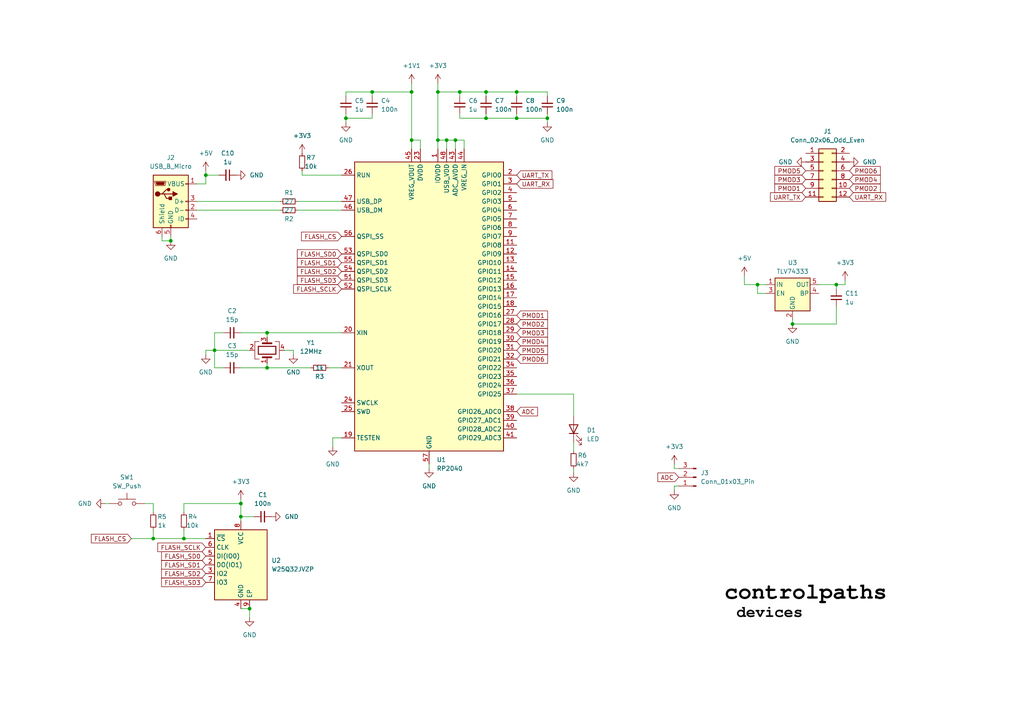
<source format=kicad_sch>
(kicad_sch (version 20230121) (generator eeschema)
  (paper "A4")
  (title_block (title "RP2040 PMOD") (rev "1a") (company "controlpaths devices"))
  (lib_symbols
    (symbol "Connector:Conn_01x03_Pin" (pin_names (offset 1.016) hide)
      (property "Reference" "J" (at 0 5.08 0))
      (property "Value" "Conn_01x03_Pin" (at 0 -5.08 0))
      (symbol "Conn_01x03_Pin_1_1"
        (polyline (pts (xy 1.27 -2.54) (xy 0.8636 -2.54)) (stroke (width 0.1524)))
        (polyline (pts (xy 1.27 0) (xy 0.8636 0)) (stroke (width 0.1524)))
        (polyline (pts (xy 1.27 2.54) (xy 0.8636 2.54)) (stroke (width 0.1524)))
        (rectangle (start 0.8636 -2.413) (end 0 -2.667) (stroke (width 0.1524)) (fill (type outline)))
        (rectangle (start 0.8636 0.127) (end 0 -0.127) (stroke (width 0.1524)) (fill (type outline)))
        (rectangle (start 0.8636 2.667) (end 0 2.413) (stroke (width 0.1524)) (fill (type outline)))
        (pin passive line (at 5.08 2.54 180) (length 3.81) (name "Pin_1") (number "1"))
        (pin passive line (at 5.08 0 180) (length 3.81) (name "Pin_2") (number "2"))
        (pin passive line (at 5.08 -2.54 180) (length 3.81) (name "Pin_3") (number "3"))
      )
    )
    (symbol "Connector:USB_B_Micro" (pin_names (offset 1.016))
      (property "Reference" "J" (at -5.08 11.43 0))
      (property "Value" "USB_B_Micro" (at -5.08 8.89 0))
      (symbol "USB_B_Micro_0_1"
        (rectangle (start -5.08 -7.62) (end 5.08 7.62) (stroke (width 0.254)) (fill (type background)))
        (circle (center -3.81 2.159) (radius 0.635) (stroke (width 0.254)) (fill (type outline)))
        (circle (center -0.635 3.429) (radius 0.381) (stroke (width 0.254)) (fill (type outline)))
        (rectangle (start -0.127 -7.62) (end 0.127 -6.858))
        (polyline (pts (xy -1.905 2.159) (xy 0.635 2.159)) (stroke (width 0.254)))
        (polyline (pts (xy -3.175 2.159) (xy -2.54 2.159) (xy -1.27 3.429) (xy -0.635 3.429)) (stroke (width 0.254)))
        (polyline (pts (xy -2.54 2.159) (xy -1.905 2.159) (xy -1.27 0.889) (xy 0 0.889)) (stroke (width 0.254)))
        (polyline (pts (xy 0.635 2.794) (xy 0.635 1.524) (xy 1.905 2.159) (xy 0.635 2.794)) (stroke (width 0.254)) (fill (type outline)))
        (polyline (pts (xy -4.318 5.588) (xy -1.778 5.588) (xy -2.032 4.826) (xy -4.064 4.826) (xy -4.318 5.588)) (fill (type outline)))
        (polyline (pts (xy -4.699 5.842) (xy -4.699 5.588) (xy -4.445 4.826) (xy -4.445 4.572) (xy -1.651 4.572) (xy -1.651 4.826) (xy -1.397 5.588) (xy -1.397 5.842) (xy -4.699 5.842)))
        (rectangle (start 0.254 1.27) (end -0.508 0.508) (stroke (width 0.254)) (fill (type outline)))
        (rectangle (start 5.08 -5.207) (end 4.318 -4.953))
        (rectangle (start 5.08 -2.667) (end 4.318 -2.413))
        (rectangle (start 5.08 -0.127) (end 4.318 0.127))
        (rectangle (start 5.08 4.953) (end 4.318 5.207))
      )
      (symbol "USB_B_Micro_1_1"
        (pin power_out line (at 7.62 5.08 180) (length 2.54) (name "VBUS") (number "1"))
        (pin bidirectional line (at 7.62 -2.54 180) (length 2.54) (name "D-") (number "2"))
        (pin bidirectional line (at 7.62 0 180) (length 2.54) (name "D+") (number "3"))
        (pin passive line (at 7.62 -5.08 180) (length 2.54) (name "ID") (number "4"))
        (pin power_out line (at 0 -10.16 90) (length 2.54) (name "GND") (number "5"))
        (pin passive line (at -2.54 -10.16 90) (length 2.54) (name "Shield") (number "6"))
      )
    )
    (symbol "Connector_Generic:Conn_02x06_Odd_Even" (pin_names (offset 1.016) hide)
      (property "Reference" "J" (at 1.27 7.62 0))
      (property "Value" "Conn_02x06_Odd_Even" (at 1.27 -10.16 0))
      (symbol "Conn_02x06_Odd_Even_1_1"
        (rectangle (start -1.27 -7.493) (end 0 -7.747) (stroke (width 0.1524)))
        (rectangle (start -1.27 -4.953) (end 0 -5.207) (stroke (width 0.1524)))
        (rectangle (start -1.27 -2.413) (end 0 -2.667) (stroke (width 0.1524)))
        (rectangle (start -1.27 0.127) (end 0 -0.127) (stroke (width 0.1524)))
        (rectangle (start -1.27 2.667) (end 0 2.413) (stroke (width 0.1524)))
        (rectangle (start -1.27 5.207) (end 0 4.953) (stroke (width 0.1524)))
        (rectangle (start -1.27 6.35) (end 3.81 -8.89) (stroke (width 0.254)) (fill (type background)))
        (rectangle (start 3.81 -7.493) (end 2.54 -7.747) (stroke (width 0.1524)))
        (rectangle (start 3.81 -4.953) (end 2.54 -5.207) (stroke (width 0.1524)))
        (rectangle (start 3.81 -2.413) (end 2.54 -2.667) (stroke (width 0.1524)))
        (rectangle (start 3.81 0.127) (end 2.54 -0.127) (stroke (width 0.1524)))
        (rectangle (start 3.81 2.667) (end 2.54 2.413) (stroke (width 0.1524)))
        (rectangle (start 3.81 5.207) (end 2.54 4.953) (stroke (width 0.1524)))
        (pin passive line (at -5.08 5.08 0) (length 3.81) (name "Pin_1") (number "1"))
        (pin passive line (at 7.62 -5.08 180) (length 3.81) (name "Pin_10") (number "10"))
        (pin passive line (at -5.08 -7.62 0) (length 3.81) (name "Pin_11") (number "11"))
        (pin passive line (at 7.62 -7.62 180) (length 3.81) (name "Pin_12") (number "12"))
        (pin passive line (at 7.62 5.08 180) (length 3.81) (name "Pin_2") (number "2"))
        (pin passive line (at -5.08 2.54 0) (length 3.81) (name "Pin_3") (number "3"))
        (pin passive line (at 7.62 2.54 180) (length 3.81) (name "Pin_4") (number "4"))
        (pin passive line (at -5.08 0 0) (length 3.81) (name "Pin_5") (number "5"))
        (pin passive line (at 7.62 0 180) (length 3.81) (name "Pin_6") (number "6"))
        (pin passive line (at -5.08 -2.54 0) (length 3.81) (name "Pin_7") (number "7"))
        (pin passive line (at 7.62 -2.54 180) (length 3.81) (name "Pin_8") (number "8"))
        (pin passive line (at -5.08 -5.08 0) (length 3.81) (name "Pin_9") (number "9"))
      )
    )
    (symbol "Device:C_Small" (pin_numbers hide) (pin_names (offset 0.254) hide)
      (property "Reference" "C" (at 0.254 1.778 0))
      (property "Value" "C_Small" (at 0.254 -2.032 0))
      (symbol "C_Small_0_1"
        (polyline (pts (xy -1.524 -0.508) (xy 1.524 -0.508)) (stroke (width 0.3302)))
        (polyline (pts (xy -1.524 0.508) (xy 1.524 0.508)) (stroke (width 0.3048)))
      )
      (symbol "C_Small_1_1"
        (pin passive line (at 0 2.54 270) (length 2.032) (name "~") (number "1"))
        (pin passive line (at 0 -2.54 90) (length 2.032) (name "~") (number "2"))
      )
    )
    (symbol "Device:Crystal_GND24" (pin_names (offset 1.016) hide)
      (property "Reference" "Y" (at 3.175 5.08 0))
      (property "Value" "Crystal_GND24" (at 3.175 3.175 0))
      (symbol "Crystal_GND24_0_1"
        (rectangle (start -1.143 2.54) (end 1.143 -2.54) (stroke (width 0.3048)))
        (polyline (pts (xy -2.54 0) (xy -2.032 0)))
        (polyline (pts (xy -2.032 -1.27) (xy -2.032 1.27)) (stroke (width 0.508)))
        (polyline (pts (xy 0 -3.81) (xy 0 -3.556)))
        (polyline (pts (xy 0 3.556) (xy 0 3.81)))
        (polyline (pts (xy 2.032 -1.27) (xy 2.032 1.27)) (stroke (width 0.508)))
        (polyline (pts (xy 2.032 0) (xy 2.54 0)))
        (polyline (pts (xy -2.54 -2.286) (xy -2.54 -3.556) (xy 2.54 -3.556) (xy 2.54 -2.286)))
        (polyline (pts (xy -2.54 2.286) (xy -2.54 3.556) (xy 2.54 3.556) (xy 2.54 2.286)))
      )
      (symbol "Crystal_GND24_1_1"
        (pin passive line (at -3.81 0 0) (length 1.27) (name "1") (number "1"))
        (pin passive line (at 0 5.08 270) (length 1.27) (name "2") (number "2"))
        (pin passive line (at 3.81 0 180) (length 1.27) (name "3") (number "3"))
        (pin passive line (at 0 -5.08 90) (length 1.27) (name "4") (number "4"))
      )
    )
    (symbol "Device:LED" (pin_numbers hide) (pin_names (offset 1.016) hide)
      (property "Reference" "D" (at 0 2.54 0))
      (property "Value" "LED" (at 0 -2.54 0))
      (symbol "LED_0_1"
        (polyline (pts (xy -1.27 -1.27) (xy -1.27 1.27)) (stroke (width 0.254)))
        (polyline (pts (xy -1.27 0) (xy 1.27 0)))
        (polyline (pts (xy 1.27 -1.27) (xy 1.27 1.27) (xy -1.27 0) (xy 1.27 -1.27)) (stroke (width 0.254)))
        (polyline (pts (xy -3.048 -0.762) (xy -4.572 -2.286) (xy -3.81 -2.286) (xy -4.572 -2.286) (xy -4.572 -1.524)))
        (polyline (pts (xy -1.778 -0.762) (xy -3.302 -2.286) (xy -2.54 -2.286) (xy -3.302 -2.286) (xy -3.302 -1.524)))
      )
      (symbol "LED_1_1"
        (pin passive line (at -3.81 0 0) (length 2.54) (name "K") (number "1"))
        (pin passive line (at 3.81 0 180) (length 2.54) (name "A") (number "2"))
      )
    )
    (symbol "Device:R_Small" (pin_numbers hide) (pin_names (offset 0.254) hide)
      (property "Reference" "R" (at 0.762 0.508 0))
      (property "Value" "R_Small" (at 0.762 -1.016 0))
      (symbol "R_Small_0_1"
        (rectangle (start -0.762 1.778) (end 0.762 -1.778) (stroke (width 0.2032)))
      )
      (symbol "R_Small_1_1"
        (pin passive line (at 0 2.54 270) (length 0.762) (name "~") (number "1"))
        (pin passive line (at 0 -2.54 90) (length 0.762) (name "~") (number "2"))
      )
    )
    (symbol "MCU_RaspberryPi:RP2040"
      (property "Reference" "U" (at 17.78 45.72 0))
      (property "Value" "RP2040" (at 17.78 43.18 0))
      (symbol "RP2040_0_1"
        (rectangle (start -21.59 41.91) (end 21.59 -41.91) (stroke (width 0.254)) (fill (type background)))
      )
      (symbol "RP2040_1_1"
        (pin power_in line (at 2.54 45.72 270) (length 3.81) (name "IOVDD") (number "1"))
        (pin passive line (at 2.54 45.72 270) (length 3.81) hide (name "IOVDD") (number "10"))
        (pin bidirectional line (at 25.4 17.78 180) (length 3.81) (name "GPIO8") (number "11"))
        (pin bidirectional line (at 25.4 15.24 180) (length 3.81) (name "GPIO9") (number "12"))
        (pin bidirectional line (at 25.4 12.7 180) (length 3.81) (name "GPIO10") (number "13"))
        (pin bidirectional line (at 25.4 10.16 180) (length 3.81) (name "GPIO11") (number "14"))
        (pin bidirectional line (at 25.4 7.62 180) (length 3.81) (name "GPIO12") (number "15"))
        (pin bidirectional line (at 25.4 5.08 180) (length 3.81) (name "GPIO13") (number "16"))
        (pin bidirectional line (at 25.4 2.54 180) (length 3.81) (name "GPIO14") (number "17"))
        (pin bidirectional line (at 25.4 0 180) (length 3.81) (name "GPIO15") (number "18"))
        (pin input line (at -25.4 -38.1 0) (length 3.81) (name "TESTEN") (number "19"))
        (pin bidirectional line (at 25.4 38.1 180) (length 3.81) (name "GPIO0") (number "2"))
        (pin input line (at -25.4 -7.62 0) (length 3.81) (name "XIN") (number "20"))
        (pin passive line (at -25.4 -17.78 0) (length 3.81) (name "XOUT") (number "21"))
        (pin passive line (at 2.54 45.72 270) (length 3.81) hide (name "IOVDD") (number "22"))
        (pin power_in line (at -2.54 45.72 270) (length 3.81) (name "DVDD") (number "23"))
        (pin input line (at -25.4 -27.94 0) (length 3.81) (name "SWCLK") (number "24"))
        (pin bidirectional line (at -25.4 -30.48 0) (length 3.81) (name "SWD") (number "25"))
        (pin input line (at -25.4 38.1 0) (length 3.81) (name "RUN") (number "26"))
        (pin bidirectional line (at 25.4 -2.54 180) (length 3.81) (name "GPIO16") (number "27"))
        (pin bidirectional line (at 25.4 -5.08 180) (length 3.81) (name "GPIO17") (number "28"))
        (pin bidirectional line (at 25.4 -7.62 180) (length 3.81) (name "GPIO18") (number "29"))
        (pin bidirectional line (at 25.4 35.56 180) (length 3.81) (name "GPIO1") (number "3"))
        (pin bidirectional line (at 25.4 -10.16 180) (length 3.81) (name "GPIO19") (number "30"))
        (pin bidirectional line (at 25.4 -12.7 180) (length 3.81) (name "GPIO20") (number "31"))
        (pin bidirectional line (at 25.4 -15.24 180) (length 3.81) (name "GPIO21") (number "32"))
        (pin passive line (at 2.54 45.72 270) (length 3.81) hide (name "IOVDD") (number "33"))
        (pin bidirectional line (at 25.4 -17.78 180) (length 3.81) (name "GPIO22") (number "34"))
        (pin bidirectional line (at 25.4 -20.32 180) (length 3.81) (name "GPIO23") (number "35"))
        (pin bidirectional line (at 25.4 -22.86 180) (length 3.81) (name "GPIO24") (number "36"))
        (pin bidirectional line (at 25.4 -25.4 180) (length 3.81) (name "GPIO25") (number "37"))
        (pin bidirectional line (at 25.4 -30.48 180) (length 3.81) (name "GPIO26_ADC0") (number "38"))
        (pin bidirectional line (at 25.4 -33.02 180) (length 3.81) (name "GPIO27_ADC1") (number "39"))
        (pin bidirectional line (at 25.4 33.02 180) (length 3.81) (name "GPIO2") (number "4"))
        (pin bidirectional line (at 25.4 -35.56 180) (length 3.81) (name "GPIO28_ADC2") (number "40"))
        (pin bidirectional line (at 25.4 -38.1 180) (length 3.81) (name "GPIO29_ADC3") (number "41"))
        (pin passive line (at 2.54 45.72 270) (length 3.81) hide (name "IOVDD") (number "42"))
        (pin power_in line (at 7.62 45.72 270) (length 3.81) (name "ADC_AVDD") (number "43"))
        (pin power_in line (at 10.16 45.72 270) (length 3.81) (name "VREG_IN") (number "44"))
        (pin power_out line (at -5.08 45.72 270) (length 3.81) (name "VREG_VOUT") (number "45"))
        (pin bidirectional line (at -25.4 27.94 0) (length 3.81) (name "USB_DM") (number "46"))
        (pin bidirectional line (at -25.4 30.48 0) (length 3.81) (name "USB_DP") (number "47"))
        (pin power_in line (at 5.08 45.72 270) (length 3.81) (name "USB_VDD") (number "48"))
        (pin passive line (at 2.54 45.72 270) (length 3.81) hide (name "IOVDD") (number "49"))
        (pin bidirectional line (at 25.4 30.48 180) (length 3.81) (name "GPIO3") (number "5"))
        (pin passive line (at -2.54 45.72 270) (length 3.81) hide (name "DVDD") (number "50"))
        (pin bidirectional line (at -25.4 7.62 0) (length 3.81) (name "QSPI_SD3") (number "51"))
        (pin output line (at -25.4 5.08 0) (length 3.81) (name "QSPI_SCLK") (number "52"))
        (pin bidirectional line (at -25.4 15.24 0) (length 3.81) (name "QSPI_SD0") (number "53"))
        (pin bidirectional line (at -25.4 10.16 0) (length 3.81) (name "QSPI_SD2") (number "54"))
        (pin bidirectional line (at -25.4 12.7 0) (length 3.81) (name "QSPI_SD1") (number "55"))
        (pin bidirectional line (at -25.4 20.32 0) (length 3.81) (name "QSPI_SS") (number "56"))
        (pin power_in line (at 0 -45.72 90) (length 3.81) (name "GND") (number "57"))
        (pin bidirectional line (at 25.4 27.94 180) (length 3.81) (name "GPIO4") (number "6"))
        (pin bidirectional line (at 25.4 25.4 180) (length 3.81) (name "GPIO5") (number "7"))
        (pin bidirectional line (at 25.4 22.86 180) (length 3.81) (name "GPIO6") (number "8"))
        (pin bidirectional line (at 25.4 20.32 180) (length 3.81) (name "GPIO7") (number "9"))
      )
    )
    (symbol "Memory_Flash:W25Q32JVZP"
      (property "Reference" "U" (at -6.35 11.43 0))
      (property "Value" "W25Q32JVZP" (at 7.62 11.43 0))
      (symbol "W25Q32JVZP_0_1"
        (rectangle (start -7.62 10.16) (end 7.62 -10.16) (stroke (width 0.254)) (fill (type background)))
      )
      (symbol "W25Q32JVZP_1_1"
        (pin input line (at -10.16 7.62 0) (length 2.54) (name "~{CS}") (number "1"))
        (pin bidirectional line (at -10.16 0 0) (length 2.54) (name "DO(IO1)") (number "2"))
        (pin bidirectional line (at -10.16 -2.54 0) (length 2.54) (name "IO2") (number "3"))
        (pin power_in line (at 0 -12.7 90) (length 2.54) (name "GND") (number "4"))
        (pin bidirectional line (at -10.16 2.54 0) (length 2.54) (name "DI(IO0)") (number "5"))
        (pin input line (at -10.16 5.08 0) (length 2.54) (name "CLK") (number "6"))
        (pin bidirectional line (at -10.16 -5.08 0) (length 2.54) (name "IO3") (number "7"))
        (pin power_in line (at 0 12.7 270) (length 2.54) (name "VCC") (number "8"))
        (pin passive line (at 2.54 -12.7 90) (length 2.54) (name "EP") (number "9"))
      )
    )
    (symbol "Regulator_Linear:LDK130-08_SOT23_SOT353" (pin_names (offset 0.254))
      (property "Reference" "U" (at -3.81 5.715 0))
      (property "Value" "LDK130-08_SOT23_SOT353" (at 0 5.715 0))
      (symbol "LDK130-08_SOT23_SOT353_0_1"
        (rectangle (start -5.08 4.445) (end 5.08 -5.08) (stroke (width 0.254)) (fill (type background)))
      )
      (symbol "LDK130-08_SOT23_SOT353_1_1"
        (pin power_in line (at -7.62 2.54 0) (length 2.54) (name "IN") (number "1"))
        (pin power_in line (at 0 -7.62 90) (length 2.54) (name "GND") (number "2"))
        (pin input line (at -7.62 0 0) (length 2.54) (name "EN") (number "3"))
        (pin passive line (at 7.62 0 180) (length 2.54) (name "BP") (number "4"))
        (pin power_out line (at 7.62 2.54 180) (length 2.54) (name "OUT") (number "5"))
      )
    )
    (symbol "Switch:SW_Push" (pin_numbers hide) (pin_names (offset 1.016) hide)
      (property "Reference" "SW" (at 1.27 2.54 0))
      (property "Value" "SW_Push" (at 0 -1.524 0))
      (symbol "SW_Push_0_1"
        (circle (center -2.032 0) (radius 0.508))
        (polyline (pts (xy 0 1.27) (xy 0 3.048)))
        (polyline (pts (xy 2.54 1.27) (xy -2.54 1.27)))
        (circle (center 2.032 0) (radius 0.508))
        (pin passive line (at -5.08 0 0) (length 2.54) (name "1") (number "1"))
        (pin passive line (at 5.08 0 180) (length 2.54) (name "2") (number "2"))
      )
    )
    (symbol "power:+1V1" (power) (pin_names (offset 0))
      (property "Value" "+1V1" (at 0 3.556 0))
      (symbol "+1V1_0_1"
        (polyline (pts (xy -0.762 1.27) (xy 0 2.54)))
        (polyline (pts (xy 0 0) (xy 0 2.54)))
        (polyline (pts (xy 0 2.54) (xy 0.762 1.27)))
      )
      (symbol "+1V1_1_1"
        (pin power_in line (at 0 0 90) (length 0) hide (name "+1V1") (number "1"))
      )
    )
    (symbol "power:+3V3" (power) (pin_names (offset 0))
      (property "Value" "+3V3" (at 0 3.556 0))
      (symbol "+3V3_0_1"
        (polyline (pts (xy -0.762 1.27) (xy 0 2.54)))
        (polyline (pts (xy 0 0) (xy 0 2.54)))
        (polyline (pts (xy 0 2.54) (xy 0.762 1.27)))
      )
      (symbol "+3V3_1_1"
        (pin power_in line (at 0 0 90) (length 0) hide (name "+3V3") (number "1"))
      )
    )
    (symbol "power:+5V" (power) (pin_names (offset 0))
      (property "Value" "+5V" (at 0 3.556 0))
      (symbol "+5V_0_1"
        (polyline (pts (xy -0.762 1.27) (xy 0 2.54)))
        (polyline (pts (xy 0 0) (xy 0 2.54)))
        (polyline (pts (xy 0 2.54) (xy 0.762 1.27)))
      )
      (symbol "+5V_1_1"
        (pin power_in line (at 0 0 90) (length 0) hide (name "+5V") (number "1"))
      )
    )
    (symbol "power:GND" (power) (pin_names (offset 0))
      (property "Value" "GND" (at 0 -3.81 0))
      (symbol "GND_0_1"
        (polyline (pts (xy 0 0) (xy 0 -1.27) (xy 1.27 -1.27) (xy 0 -2.54) (xy -1.27 -1.27) (xy 0 -1.27)))
      )
      (symbol "GND_1_1"
        (pin power_in line (at 0 0 270) (length 0) hide (name "GND") (number "1"))
      )
    )
  )
  (junction (at 107.95 26.67))
  (junction (at 242.57 82.55))
  (junction (at 149.86 26.67))
  (junction (at 49.53 69.85))
  (junction (at 77.47 106.68))
  (junction (at 59.69 50.8))
  (junction (at 119.38 26.67))
  (junction (at 77.47 96.52))
  (junction (at 149.86 34.29))
  (junction (at 69.85 146.05))
  (junction (at 133.35 26.67))
  (junction (at 119.38 40.64))
  (junction (at 129.54 40.64))
  (junction (at 132.08 40.64))
  (junction (at 140.97 34.29))
  (junction (at 219.71 82.55))
  (junction (at 69.85 149.86))
  (junction (at 229.87 93.98))
  (junction (at 127 26.67))
  (junction (at 100.33 34.29))
  (junction (at 53.34 156.21))
  (junction (at 127 40.64))
  (junction (at 44.45 156.21))
  (junction (at 140.97 26.67))
  (junction (at 62.23 101.6))
  (junction (at 158.75 34.29))
  (junction (at 72.39 176.53))
  (wire (pts (xy 124.46 134.62) (xy 124.46 135.89)))
  (wire (pts (xy 166.37 114.3) (xy 166.37 120.65)))
  (wire (pts (xy 53.34 156.21) (xy 59.69 156.21)))
  (wire (pts (xy 49.53 68.58) (xy 49.53 69.85)))
  (wire (pts (xy 134.62 43.18) (xy 134.62 40.64)))
  (wire (pts (xy 107.95 26.67) (xy 119.38 26.67)))
  (wire (pts (xy 149.86 26.67) (xy 158.75 26.67)))
  (wire (pts (xy 229.87 93.98) (xy 242.57 93.98)))
  (wire (pts (xy 44.45 156.21) (xy 53.34 156.21)))
  (wire (pts (xy 229.87 93.98) (xy 229.87 92.71)))
  (wire (pts (xy 59.69 101.6) (xy 62.23 101.6)))
  (wire (pts (xy 140.97 26.67) (xy 140.97 27.94)))
  (wire (pts (xy 133.35 34.29) (xy 140.97 34.29)))
  (wire (pts (xy 121.92 40.64) (xy 119.38 40.64)))
  (wire (pts (xy 53.34 146.05) (xy 69.85 146.05)))
  (wire (pts (xy 87.63 49.53) (xy 87.63 50.8)))
  (wire (pts (xy 140.97 33.02) (xy 140.97 34.29)))
  (wire (pts (xy 140.97 26.67) (xy 149.86 26.67)))
  (wire (pts (xy 96.52 127) (xy 99.06 127)))
  (wire (pts (xy 158.75 27.94) (xy 158.75 26.67)))
  (wire (pts (xy 127 26.67) (xy 127 40.64)))
  (wire (pts (xy 77.47 96.52) (xy 99.06 96.52)))
  (wire (pts (xy 53.34 153.67) (xy 53.34 156.21)))
  (wire (pts (xy 222.25 85.09) (xy 219.71 85.09)))
  (wire (pts (xy 53.34 148.59) (xy 53.34 146.05)))
  (wire (pts (xy 100.33 34.29) (xy 107.95 34.29)))
  (wire (pts (xy 149.86 26.67) (xy 149.86 27.94)))
  (wire (pts (xy 121.92 43.18) (xy 121.92 40.64)))
  (wire (pts (xy 44.45 153.67) (xy 44.45 156.21)))
  (wire (pts (xy 82.55 101.6) (xy 85.09 101.6)))
  (wire (pts (xy 107.95 33.02) (xy 107.95 34.29)))
  (wire (pts (xy 149.86 114.3) (xy 166.37 114.3)))
  (wire (pts (xy 59.69 102.87) (xy 59.69 101.6)))
  (wire (pts (xy 242.57 88.9) (xy 242.57 93.98)))
  (wire (pts (xy 77.47 106.68) (xy 77.47 105.41)))
  (wire (pts (xy 59.69 50.8) (xy 63.5 50.8)))
  (wire (pts (xy 215.9 82.55) (xy 215.9 80.01)))
  (wire (pts (xy 57.15 58.42) (xy 81.28 58.42)))
  (wire (pts (xy 69.85 149.86) (xy 69.85 151.13)))
  (wire (pts (xy 242.57 82.55) (xy 242.57 83.82)))
  (wire (pts (xy 69.85 176.53) (xy 72.39 176.53)))
  (wire (pts (xy 100.33 34.29) (xy 100.33 35.56)))
  (wire (pts (xy 219.71 85.09) (xy 219.71 82.55)))
  (wire (pts (xy 129.54 43.18) (xy 129.54 40.64)))
  (wire (pts (xy 46.99 69.85) (xy 49.53 69.85)))
  (wire (pts (xy 86.36 58.42) (xy 99.06 58.42)))
  (wire (pts (xy 119.38 40.64) (xy 119.38 43.18)))
  (wire (pts (xy 87.63 50.8) (xy 99.06 50.8)))
  (wire (pts (xy 195.58 142.24) (xy 195.58 140.97)))
  (wire (pts (xy 132.08 43.18) (xy 132.08 40.64)))
  (wire (pts (xy 46.99 68.58) (xy 46.99 69.85)))
  (wire (pts (xy 219.71 82.55) (xy 215.9 82.55)))
  (wire (pts (xy 57.15 60.96) (xy 81.28 60.96)))
  (wire (pts (xy 96.52 129.54) (xy 96.52 127)))
  (wire (pts (xy 41.91 146.05) (xy 44.45 146.05)))
  (wire (pts (xy 62.23 106.68) (xy 62.23 101.6)))
  (wire (pts (xy 127 24.13) (xy 127 26.67)))
  (wire (pts (xy 195.58 134.62) (xy 195.58 135.89)))
  (wire (pts (xy 69.85 146.05) (xy 69.85 149.86)))
  (wire (pts (xy 195.58 140.97) (xy 196.85 140.97)))
  (wire (pts (xy 95.25 106.68) (xy 99.06 106.68)))
  (wire (pts (xy 62.23 101.6) (xy 62.23 96.52)))
  (wire (pts (xy 127 40.64) (xy 127 43.18)))
  (wire (pts (xy 149.86 33.02) (xy 149.86 34.29)))
  (wire (pts (xy 127 26.67) (xy 133.35 26.67)))
  (wire (pts (xy 242.57 82.55) (xy 245.11 82.55)))
  (wire (pts (xy 119.38 24.13) (xy 119.38 26.67)))
  (wire (pts (xy 237.49 82.55) (xy 242.57 82.55)))
  (wire (pts (xy 72.39 176.53) (xy 72.39 179.07)))
  (wire (pts (xy 100.33 26.67) (xy 107.95 26.67)))
  (wire (pts (xy 72.39 101.6) (xy 62.23 101.6)))
  (wire (pts (xy 44.45 148.59) (xy 44.45 146.05)))
  (wire (pts (xy 129.54 40.64) (xy 132.08 40.64)))
  (wire (pts (xy 133.35 26.67) (xy 140.97 26.67)))
  (wire (pts (xy 245.11 81.28) (xy 245.11 82.55)))
  (wire (pts (xy 69.85 106.68) (xy 77.47 106.68)))
  (wire (pts (xy 107.95 26.67) (xy 107.95 27.94)))
  (wire (pts (xy 77.47 96.52) (xy 69.85 96.52)))
  (wire (pts (xy 195.58 135.89) (xy 196.85 135.89)))
  (wire (pts (xy 100.33 33.02) (xy 100.33 34.29)))
  (wire (pts (xy 69.85 149.86) (xy 73.66 149.86)))
  (wire (pts (xy 77.47 106.68) (xy 90.17 106.68)))
  (wire (pts (xy 158.75 33.02) (xy 158.75 34.29)))
  (wire (pts (xy 85.09 102.87) (xy 85.09 101.6)))
  (wire (pts (xy 166.37 135.89) (xy 166.37 137.16)))
  (wire (pts (xy 59.69 50.8) (xy 59.69 53.34)))
  (wire (pts (xy 86.36 60.96) (xy 99.06 60.96)))
  (wire (pts (xy 158.75 34.29) (xy 158.75 35.56)))
  (wire (pts (xy 127 40.64) (xy 129.54 40.64)))
  (wire (pts (xy 166.37 128.27) (xy 166.37 130.81)))
  (wire (pts (xy 30.48 146.05) (xy 31.75 146.05)))
  (wire (pts (xy 149.86 34.29) (xy 158.75 34.29)))
  (wire (pts (xy 132.08 40.64) (xy 134.62 40.64)))
  (wire (pts (xy 64.77 106.68) (xy 62.23 106.68)))
  (wire (pts (xy 140.97 34.29) (xy 149.86 34.29)))
  (wire (pts (xy 133.35 33.02) (xy 133.35 34.29)))
  (wire (pts (xy 62.23 96.52) (xy 64.77 96.52)))
  (wire (pts (xy 222.25 82.55) (xy 219.71 82.55)))
  (wire (pts (xy 69.85 144.78) (xy 69.85 146.05)))
  (wire (pts (xy 38.1 156.21) (xy 44.45 156.21)))
  (wire (pts (xy 133.35 27.94) (xy 133.35 26.67)))
  (wire (pts (xy 57.15 53.34) (xy 59.69 53.34)))
  (wire (pts (xy 119.38 26.67) (xy 119.38 40.64)))
  (wire (pts (xy 77.47 97.79) (xy 77.47 96.52)))
  (wire (pts (xy 100.33 27.94) (xy 100.33 26.67)))
  (wire (pts (xy 59.69 49.53) (xy 59.69 50.8)))
  (image (at 233.68 173.99) (scale 0.772348))
  (global_label "PMOD2" (shape input) (at 149.86 93.98 0) (property "Intersheetrefs" "${INTERSHEET_REFS}" (effects hide)))
  (global_label "FLASH_CS" (shape input) (at 99.06 68.58 180) (property "Intersheetrefs" "${INTERSHEET_REFS}" (effects hide)))
  (global_label "UART_TX" (shape input) (at 233.68 57.15 180) (property "Intersheetrefs" "${INTERSHEET_REFS}" (effects hide)))
  (global_label "FLASH_SD2" (shape input) (at 99.06 78.74 180) (property "Intersheetrefs" "${INTERSHEET_REFS}" (effects hide)))
  (global_label "PMOD4" (shape input) (at 246.38 52.07 0) (property "Intersheetrefs" "${INTERSHEET_REFS}" (effects hide)))
  (global_label "PMOD5" (shape input) (at 149.86 101.6 0) (property "Intersheetrefs" "${INTERSHEET_REFS}" (effects hide)))
  (global_label "PMOD5" (shape input) (at 233.68 49.53 180) (property "Intersheetrefs" "${INTERSHEET_REFS}" (effects hide)))
  (global_label "FLASH_SD3" (shape input) (at 59.69 168.91 180) (property "Intersheetrefs" "${INTERSHEET_REFS}" (effects hide)))
  (global_label "FLASH_SD1" (shape input) (at 59.69 163.83 180) (property "Intersheetrefs" "${INTERSHEET_REFS}" (effects hide)))
  (global_label "PMOD6" (shape input) (at 246.38 49.53 0) (property "Intersheetrefs" "${INTERSHEET_REFS}" (effects hide)))
  (global_label "FLASH_SD3" (shape input) (at 99.06 81.28 180) (property "Intersheetrefs" "${INTERSHEET_REFS}" (effects hide)))
  (global_label "FLASH_SCLK" (shape input) (at 59.69 158.75 180) (property "Intersheetrefs" "${INTERSHEET_REFS}" (effects hide)))
  (global_label "ADC" (shape input) (at 196.85 138.43 180) (property "Intersheetrefs" "${INTERSHEET_REFS}" (effects hide)))
  (global_label "PMOD1" (shape input) (at 149.86 91.44 0) (property "Intersheetrefs" "${INTERSHEET_REFS}" (effects hide)))
  (global_label "PMOD6" (shape input) (at 149.86 104.14 0) (property "Intersheetrefs" "${INTERSHEET_REFS}" (effects hide)))
  (global_label "FLASH_CS" (shape input) (at 38.1 156.21 180) (property "Intersheetrefs" "${INTERSHEET_REFS}" (effects hide)))
  (global_label "UART_RX" (shape input) (at 149.86 53.34 0) (property "Intersheetrefs" "${INTERSHEET_REFS}" (effects hide)))
  (global_label "FLASH_SD2" (shape input) (at 59.69 166.37 180) (property "Intersheetrefs" "${INTERSHEET_REFS}" (effects hide)))
  (global_label "FLASH_SD1" (shape input) (at 99.06 76.2 180) (property "Intersheetrefs" "${INTERSHEET_REFS}" (effects hide)))
  (global_label "FLASH_SCLK" (shape input) (at 99.06 83.82 180) (property "Intersheetrefs" "${INTERSHEET_REFS}" (effects hide)))
  (global_label "PMOD3" (shape input) (at 149.86 96.52 0) (property "Intersheetrefs" "${INTERSHEET_REFS}" (effects hide)))
  (global_label "UART_RX" (shape input) (at 246.38 57.15 0) (property "Intersheetrefs" "${INTERSHEET_REFS}" (effects hide)))
  (global_label "FLASH_SD0" (shape input) (at 59.69 161.29 180) (property "Intersheetrefs" "${INTERSHEET_REFS}" (effects hide)))
  (global_label "PMOD2" (shape input) (at 246.38 54.61 0) (property "Intersheetrefs" "${INTERSHEET_REFS}" (effects hide)))
  (global_label "UART_TX" (shape input) (at 149.86 50.8 0) (property "Intersheetrefs" "${INTERSHEET_REFS}" (effects hide)))
  (global_label "PMOD3" (shape input) (at 233.68 52.07 180) (property "Intersheetrefs" "${INTERSHEET_REFS}" (effects hide)))
  (global_label "ADC" (shape input) (at 149.86 119.38 0) (property "Intersheetrefs" "${INTERSHEET_REFS}" (effects hide)))
  (global_label "PMOD1" (shape input) (at 233.68 54.61 180) (property "Intersheetrefs" "${INTERSHEET_REFS}" (effects hide)))
  (global_label "PMOD4" (shape input) (at 149.86 99.06 0) (property "Intersheetrefs" "${INTERSHEET_REFS}" (effects hide)))
  (global_label "FLASH_SD0" (shape input) (at 99.06 73.66 180) (property "Intersheetrefs" "${INTERSHEET_REFS}" (effects hide)))
  (symbol (lib_id "Memory_Flash:W25Q32JVZP") (at 69.85 163.83 0) (unit 1)
    (property "Reference" "U2" (at 78.74 162.56 0) (effects (justify left)))
    (property "Value" "W25Q32JVZP" (at 78.74 165.1 0) (effects (justify left)))
    (property "Footprint" "Package_SON:WSON-8-1EP_6x5mm_P1.27mm_EP3.4x4.3mm" (effects hide))
    (property "Datasheet" "http://www.winbond.com/resource-files/w25q32jv%20revg%2003272018%20plus.pdf" (effects hide))
    (property "JLCPCB Part #" "C2940197" (effects hide))
  )
  (symbol (lib_id "power:GND") (at 124.46 135.89 0) (unit 1)
    (property "Reference" "#PWR09" (effects hide))
    (property "Value" "GND" (at 124.46 140.97 0))
  )
  (symbol (lib_id "power:GND") (at 30.48 146.05 270) (unit 1)
    (property "Reference" "#PWR014" (effects hide))
    (property "Value" "GND" (at 26.67 146.05 90) (effects (justify right)))
  )
  (symbol (lib_id "Device:R_Small") (at 44.45 151.13 180) (unit 1)
    (property "Reference" "R5" (at 46.99 149.86 0))
    (property "Value" "1k" (at 46.99 152.4 0))
    (property "Footprint" "Resistor_SMD:R_0603_1608Metric" (effects hide))
  )
  (symbol (lib_id "Device:Crystal_GND24") (at 77.47 101.6 90) (unit 1)
    (property "Reference" "Y1" (at 90.17 99.3841 90))
    (property "Value" "12MHz" (at 90.17 101.9241 90))
    (property "Footprint" "Crystal:Crystal_SMD_3225-4Pin_3.2x2.5mm" (effects hide))
    (property "JLCPCB Part #" "C524716" (effects hide))
  )
  (symbol (lib_id "Device:C_Small") (at 158.75 30.48 180) (unit 1)
    (property "Reference" "C9" (at 161.29 29.2036 0) (effects (justify right)))
    (property "Value" "100n" (at 161.29 31.7436 0) (effects (justify right)))
    (property "Footprint" "Capacitor_SMD:C_0603_1608Metric" (effects hide))
  )
  (symbol (lib_id "power:+3V3") (at 245.11 81.28 0) (unit 1)
    (property "Reference" "#PWR023" (effects hide))
    (property "Value" "+3V3" (at 245.11 76.2 0))
  )
  (symbol (lib_id "power:GND") (at 85.09 102.87 0) (unit 1)
    (property "Reference" "#PWR07" (effects hide))
    (property "Value" "GND" (at 85.09 107.95 0))
  )
  (symbol (lib_id "power:GND") (at 100.33 35.56 0) (unit 1)
    (property "Reference" "#PWR012" (effects hide))
    (property "Value" "GND" (at 100.33 40.64 0))
  )
  (symbol (lib_id "power:+5V") (at 59.69 49.53 0) (unit 1)
    (property "Reference" "#PWR04" (effects hide))
    (property "Value" "+5V" (at 59.69 44.45 0))
  )
  (symbol (lib_id "Device:R_Small") (at 83.82 58.42 90) (unit 1)
    (property "Reference" "R1" (at 83.82 55.88 90))
    (property "Value" "27" (at 83.82 58.42 90))
    (property "Footprint" "Resistor_SMD:R_0603_1608Metric" (effects hide))
  )
  (symbol (lib_id "power:GND") (at 49.53 69.85 0) (unit 1)
    (property "Reference" "#PWR05" (effects hide))
    (property "Value" "GND" (at 49.53 74.93 0))
  )
  (symbol (lib_id "power:GND") (at 158.75 35.56 0) (unit 1)
    (property "Reference" "#PWR013" (effects hide))
    (property "Value" "GND" (at 158.75 40.64 0))
  )
  (symbol (lib_id "Device:C_Small") (at 107.95 30.48 180) (unit 1)
    (property "Reference" "C4" (at 110.49 29.2036 0) (effects (justify right)))
    (property "Value" "100n" (at 110.49 31.7436 0) (effects (justify right)))
    (property "Footprint" "Capacitor_SMD:C_0603_1608Metric" (effects hide))
  )
  (symbol (lib_id "Device:C_Small") (at 66.04 50.8 270) (unit 1)
    (property "Reference" "C10" (at 66.0336 44.45 90))
    (property "Value" "1u" (at 66.0336 46.99 90))
    (property "Footprint" "Capacitor_SMD:C_0603_1608Metric" (effects hide))
  )
  (symbol (lib_id "Device:R_Small") (at 87.63 46.99 180) (unit 1)
    (property "Reference" "R7" (at 90.17 45.72 0))
    (property "Value" "10k" (at 90.17 48.26 0))
    (property "Footprint" "Resistor_SMD:R_0603_1608Metric" (effects hide))
  )
  (symbol (lib_id "Device:C_Small") (at 100.33 30.48 180) (unit 1)
    (property "Reference" "C5" (at 102.87 29.2036 0) (effects (justify right)))
    (property "Value" "1u" (at 102.87 31.7436 0) (effects (justify right)))
    (property "Footprint" "Capacitor_SMD:C_0603_1608Metric" (effects hide))
  )
  (symbol (lib_id "Device:R_Small") (at 166.37 133.35 180) (unit 1)
    (property "Reference" "R6" (at 168.91 132.08 0))
    (property "Value" "4k7" (at 168.91 134.62 0))
    (property "Footprint" "Resistor_SMD:R_0603_1608Metric" (effects hide))
  )
  (symbol (lib_id "power:+3V3") (at 69.85 144.78 0) (unit 1)
    (property "Reference" "#PWR01" (effects hide))
    (property "Value" "+3V3" (at 69.85 139.7 0))
  )
  (symbol (lib_id "power:GND") (at 59.69 102.87 0) (unit 1)
    (property "Reference" "#PWR06" (effects hide))
    (property "Value" "GND" (at 59.69 107.95 0))
  )
  (symbol (lib_id "power:+5V") (at 215.9 80.01 0) (unit 1)
    (property "Reference" "#PWR021" (effects hide))
    (property "Value" "+5V" (at 215.9 74.93 0))
  )
  (symbol (lib_id "Device:C_Small") (at 140.97 30.48 180) (unit 1)
    (property "Reference" "C7" (at 143.51 29.2036 0) (effects (justify right)))
    (property "Value" "100n" (at 143.51 31.7436 0) (effects (justify right)))
    (property "Footprint" "Capacitor_SMD:C_0603_1608Metric" (effects hide))
  )
  (symbol (lib_id "power:+3V3") (at 195.58 134.62 0) (unit 1)
    (property "Reference" "#PWR017" (effects hide))
    (property "Value" "+3V3" (at 195.58 129.54 0))
  )
  (symbol (lib_id "Connector_Generic:Conn_02x06_Odd_Even") (at 238.76 49.53 0) (unit 1)
    (property "Reference" "J1" (at 240.03 38.1 0))
    (property "Value" "Conn_02x06_Odd_Even" (at 240.03 40.64 0))
    (property "Footprint" "Connector_PinHeader_2.54mm:PinHeader_2x06_P2.54mm_Horizontal" (effects hide))
  )
  (symbol (lib_id "power:+3V3") (at 127 24.13 0) (unit 1)
    (property "Reference" "#PWR010" (effects hide))
    (property "Value" "+3V3" (at 127 19.05 0))
  )
  (symbol (lib_id "power:GND") (at 233.68 46.99 270) (unit 1)
    (property "Reference" "#PWR018" (effects hide))
    (property "Value" "GND" (at 229.87 46.99 90) (effects (justify right)))
  )
  (symbol (lib_id "Device:C_Small") (at 76.2 149.86 90) (unit 1)
    (property "Reference" "C1" (at 76.2063 143.51 90))
    (property "Value" "100n" (at 76.2063 146.05 90))
    (property "Footprint" "Capacitor_SMD:C_0603_1608Metric" (effects hide))
  )
  (symbol (lib_id "Device:C_Small") (at 67.31 96.52 90) (unit 1)
    (property "Reference" "C2" (at 67.3163 90.17 90))
    (property "Value" "15p" (at 67.3163 92.71 90))
    (property "Footprint" "Capacitor_SMD:C_0603_1608Metric" (effects hide))
  )
  (symbol (lib_id "Device:LED") (at 166.37 124.46 90) (unit 1)
    (property "Reference" "D1" (at 170.18 124.7775 90) (effects (justify right)))
    (property "Value" "LED" (at 170.18 127.3175 90) (effects (justify right)))
    (property "Footprint" "LED_SMD:LED_0603_1608Metric" (effects hide))
  )
  (symbol (lib_id "power:GND") (at 166.37 137.16 0) (unit 1)
    (property "Reference" "#PWR015" (effects hide))
    (property "Value" "GND" (at 166.37 142.24 0))
  )
  (symbol (lib_id "power:GND") (at 229.87 93.98 0) (unit 1)
    (property "Reference" "#PWR022" (effects hide))
    (property "Value" "GND" (at 229.87 99.06 0))
  )
  (symbol (lib_id "Connector:USB_B_Micro") (at 49.53 58.42 0) (unit 1)
    (property "Reference" "J2" (at 49.53 45.72 0))
    (property "Value" "USB_B_Micro" (at 49.53 48.26 0))
    (property "Footprint" "Connector_USB:USB_Micro-B_Amphenol_10118193-0001LF_Horizontal" (effects hide))
    (property "JLCPCB Part #" "C132562" (effects hide))
  )
  (symbol (lib_id "power:+3V3") (at 87.63 44.45 0) (unit 1)
    (property "Reference" "#PWR024" (effects hide))
    (property "Value" "+3V3" (at 87.63 39.37 0))
  )
  (symbol (lib_id "power:GND") (at 68.58 50.8 90) (unit 1)
    (property "Reference" "#PWR020" (effects hide))
    (property "Value" "GND" (at 72.39 50.8 90) (effects (justify right)))
  )
  (symbol (lib_id "power:GND") (at 246.38 46.99 90) (unit 1)
    (property "Reference" "#PWR019" (effects hide))
    (property "Value" "GND" (at 250.19 46.99 90) (effects (justify right)))
  )
  (symbol (lib_id "power:GND") (at 78.74 149.86 90) (unit 1)
    (property "Reference" "#PWR02" (effects hide))
    (property "Value" "GND" (at 82.55 149.86 90) (effects (justify right)))
  )
  (symbol (lib_id "Device:C_Small") (at 242.57 86.36 180) (unit 1)
    (property "Reference" "C11" (at 245.11 85.0836 0) (effects (justify right)))
    (property "Value" "1u" (at 245.11 87.6236 0) (effects (justify right)))
    (property "Footprint" "Capacitor_SMD:C_0603_1608Metric" (effects hide))
  )
  (symbol (lib_id "Device:C_Small") (at 149.86 30.48 180) (unit 1)
    (property "Reference" "C8" (at 152.4 29.2036 0) (effects (justify right)))
    (property "Value" "100n" (at 152.4 31.7436 0) (effects (justify right)))
    (property "Footprint" "Capacitor_SMD:C_0603_1608Metric" (effects hide))
  )
  (symbol (lib_id "power:GND") (at 96.52 129.54 0) (unit 1)
    (property "Reference" "#PWR08" (effects hide))
    (property "Value" "GND" (at 96.52 134.62 0))
  )
  (symbol (lib_id "power:GND") (at 195.58 142.24 0) (unit 1)
    (property "Reference" "#PWR016" (effects hide))
    (property "Value" "GND" (at 195.58 147.32 0))
  )
  (symbol (lib_id "power:GND") (at 72.39 179.07 0) (unit 1)
    (property "Reference" "#PWR03" (effects hide))
    (property "Value" "GND" (at 72.39 184.15 0))
  )
  (symbol (lib_id "power:+1V1") (at 119.38 24.13 0) (unit 1)
    (property "Reference" "#PWR011" (effects hide))
    (property "Value" "+1V1" (at 119.38 19.05 0))
  )
  (symbol (lib_id "Device:R_Small") (at 83.82 60.96 90) (unit 1)
    (property "Reference" "R2" (at 83.82 63.5 90))
    (property "Value" "27" (at 83.82 60.96 90))
    (property "Footprint" "Resistor_SMD:R_0603_1608Metric" (effects hide))
  )
  (symbol (lib_id "Switch:SW_Push") (at 36.83 146.05 0) (unit 1)
    (property "Reference" "SW1" (at 36.83 138.43 0))
    (property "Value" "SW_Push" (at 36.83 140.97 0))
    (property "Footprint" "Button_Switch_SMD:SW_Push_SPST_NO_Alps_SKRK" (effects hide))
    (property "JLCPCB Part #" "C115357" (effects hide))
  )
  (symbol (lib_id "Device:R_Small") (at 92.71 106.68 90) (unit 1)
    (property "Reference" "R3" (at 92.71 109.22 90))
    (property "Value" "1k" (at 92.71 106.68 90))
    (property "Footprint" "Resistor_SMD:R_0603_1608Metric" (effects hide))
  )
  (symbol (lib_id "Regulator_Linear:LDK130-08_SOT23_SOT353") (at 229.87 85.09 0) (unit 1)
    (property "Reference" "U3" (at 229.87 76.2 0))
    (property "Value" "TLV74333" (at 229.87 78.74 0))
    (property "Footprint" "Package_TO_SOT_SMD:SOT-23-5" (effects hide))
    (property "Datasheet" "http://www.st.com/content/ccc/resource/technical/document/datasheet/29/10/f7/87/2f/66/47/f4/DM00076097.pdf/files/DM00076097.pdf/jcr:content/translations/en.DM00076097.pdf" (effects hide))
    (property "JLCPCB Part #" "C408972" (effects hide))
  )
  (symbol (lib_id "Connector:Conn_01x03_Pin") (at 201.93 138.43 180) (unit 1)
    (property "Reference" "J3" (at 203.2 137.16 0) (effects (justify right)))
    (property "Value" "Conn_01x03_Pin" (at 203.2 139.7 0) (effects (justify right)))
    (property "Footprint" "Connector_PinHeader_2.54mm:PinHeader_1x03_P2.54mm_Vertical" (effects hide))
  )
  (symbol (lib_id "Device:R_Small") (at 53.34 151.13 180) (unit 1)
    (property "Reference" "R4" (at 55.88 149.86 0))
    (property "Value" "10k" (at 55.88 152.4 0))
    (property "Footprint" "Resistor_SMD:R_0603_1608Metric" (effects hide))
  )
  (symbol (lib_id "Device:C_Small") (at 133.35 30.48 180) (unit 1)
    (property "Reference" "C6" (at 135.89 29.2036 0) (effects (justify right)))
    (property "Value" "1u" (at 135.89 31.7436 0) (effects (justify right)))
    (property "Footprint" "Capacitor_SMD:C_0603_1608Metric" (effects hide))
  )
  (symbol (lib_id "MCU_RaspberryPi:RP2040") (at 124.46 88.9 0) (unit 1)
    (property "Reference" "U1" (at 126.6541 133.35 0) (effects (justify left)))
    (property "Value" "RP2040" (at 126.6541 135.89 0) (effects (justify left)))
    (property "Footprint" "Package_DFN_QFN:QFN-56-1EP_7x7mm_P0.4mm_EP3.2x3.2mm" (effects hide))
    (property "Datasheet" "https://datasheets.raspberrypi.com/rp2040/rp2040-datasheet.pdf" (effects hide))
  )
  (symbol (lib_id "Device:C_Small") (at 67.31 106.68 90) (unit 1)
    (property "Reference" "C3" (at 67.3163 100.33 90))
    (property "Value" "15p" (at 67.3163 102.87 90))
    (property "Footprint" "Capacitor_SMD:C_0603_1608Metric" (effects hide))
  )
)
</source>
